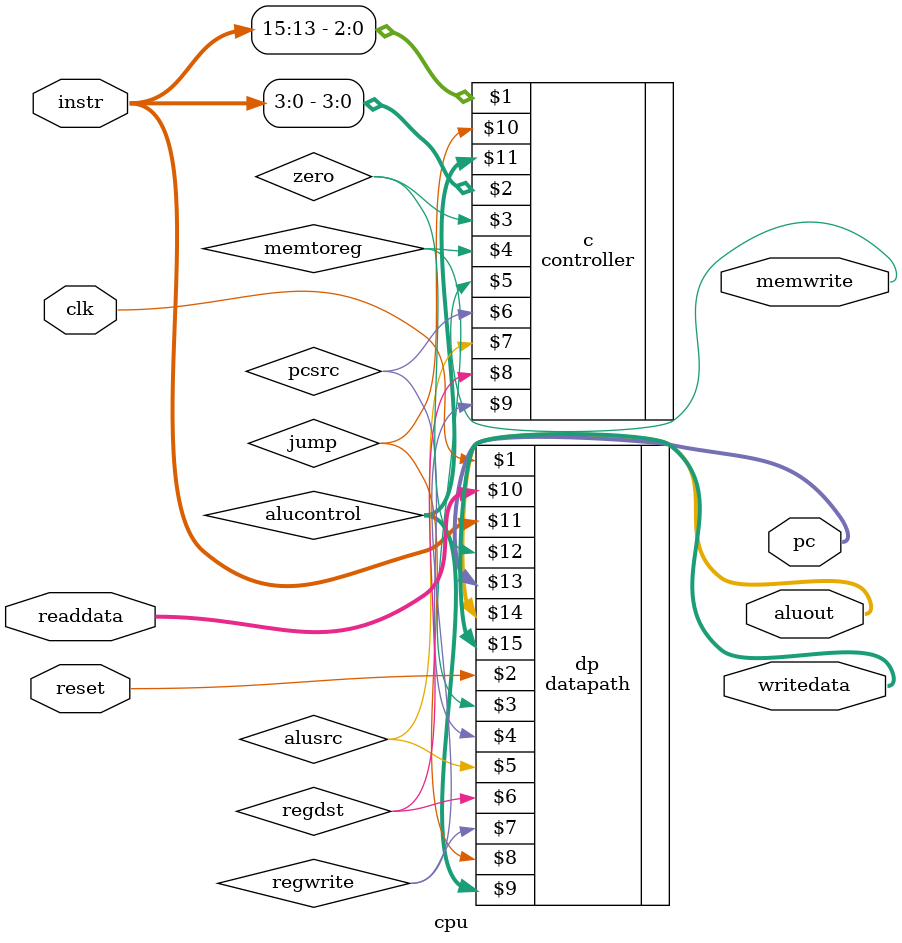
<source format=sv>
`ifndef CPU
`define CPU

`timescale 1ns/100ps

`include "../controller/controller.sv"
`include "../datapath/datapath.sv"

module cpu
    #(parameter n = 16)(  // Adjust parameter for 16-bit operations
    input  logic           clk, reset,
    output logic [(n-1):0] pc,
    input  logic [(n-1):0] instr,
    output logic           memwrite,
    output logic [(n-1):0] aluout, writedata,
    input  logic [(n-1):0] readdata
);
    // Internal control signals
    logic       memtoreg, alusrc, regdst, regwrite, jump, pcsrc, zero;
    logic [2:0] alucontrol;  // Assume ALU control logic stays same

    // Adjust bit-widths of opcode and function codes if necessary
    controller c(instr[15:13], instr[3:0], zero,   // Adjust bit ranges
                    memtoreg, memwrite, pcsrc,
                    alusrc, regdst, regwrite, jump,
                    alucontrol);

    always @(*) begin
        $display("Outputs: memtoreg=%b, memwrite=%b, pcsrc=%b, alusrc=%b, regdst=%b, regwrite=%b, jump=%b, alucontrol=%b", 
            memtoreg, memwrite, pcsrc, alusrc, regdst, regwrite, jump, alucontrol);
    end

    datapath dp(clk, reset, memtoreg, pcsrc,
                    alusrc, regdst, regwrite, jump,
                    alucontrol, readdata, instr,
                    zero, pc,
                    aluout, writedata);

endmodule

`endif

</source>
